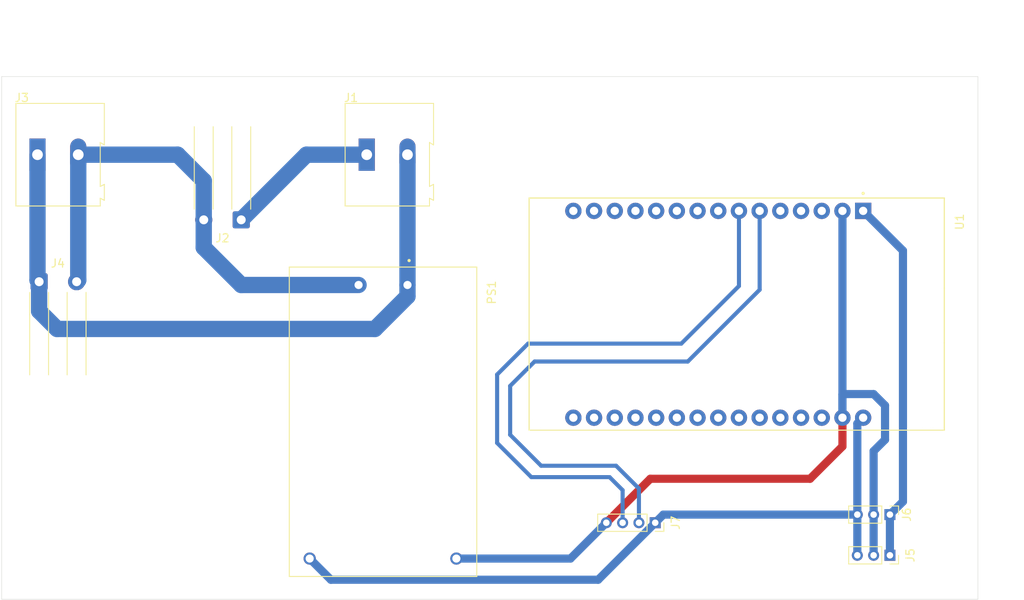
<source format=kicad_pcb>
(kicad_pcb (version 20171130) (host pcbnew "(5.1.10)-1")

  (general
    (thickness 1.6)
    (drawings 6)
    (tracks 63)
    (zones 0)
    (modules 9)
    (nets 33)
  )

  (page A4)
  (title_block
    (title power-iot-meter-prototype-pcb-layout)
    (date 2022-06-12)
    (rev V1)
    (company "Kalyani Government Engineering College")
    (comment 1 "Anindya Kanti Mitra")
    (comment 2 "Rishav Dutta")
    (comment 3 "Anubhav Dutta")
    (comment 4 "Arnab Das")
  )

  (layers
    (0 F.Cu signal)
    (31 B.Cu signal)
    (32 B.Adhes user)
    (33 F.Adhes user)
    (34 B.Paste user)
    (35 F.Paste user)
    (36 B.SilkS user)
    (37 F.SilkS user)
    (38 B.Mask user)
    (39 F.Mask user)
    (40 Dwgs.User user)
    (41 Cmts.User user)
    (42 Eco1.User user)
    (43 Eco2.User user)
    (44 Edge.Cuts user)
    (45 Margin user)
    (46 B.CrtYd user)
    (47 F.CrtYd user)
    (48 B.Fab user)
    (49 F.Fab user)
  )

  (setup
    (last_trace_width 0.25)
    (user_trace_width 0.5)
    (user_trace_width 0.75)
    (user_trace_width 1)
    (user_trace_width 2)
    (trace_clearance 0.2)
    (zone_clearance 0.508)
    (zone_45_only no)
    (trace_min 0.2)
    (via_size 0.8)
    (via_drill 0.4)
    (via_min_size 0.4)
    (via_min_drill 0.3)
    (uvia_size 0.3)
    (uvia_drill 0.1)
    (uvias_allowed no)
    (uvia_min_size 0.2)
    (uvia_min_drill 0.1)
    (edge_width 0.05)
    (segment_width 0.2)
    (pcb_text_width 0.3)
    (pcb_text_size 1.5 1.5)
    (mod_edge_width 0.12)
    (mod_text_size 1 1)
    (mod_text_width 0.15)
    (pad_size 1.524 1.524)
    (pad_drill 0.762)
    (pad_to_mask_clearance 0)
    (aux_axis_origin 0 0)
    (visible_elements 7FFFFFFF)
    (pcbplotparams
      (layerselection 0x010fc_ffffffff)
      (usegerberextensions false)
      (usegerberattributes true)
      (usegerberadvancedattributes true)
      (creategerberjobfile true)
      (excludeedgelayer true)
      (linewidth 0.100000)
      (plotframeref false)
      (viasonmask false)
      (mode 1)
      (useauxorigin false)
      (hpglpennumber 1)
      (hpglpenspeed 20)
      (hpglpendiameter 15.000000)
      (psnegative false)
      (psa4output false)
      (plotreference true)
      (plotvalue true)
      (plotinvisibletext false)
      (padsonsilk false)
      (subtractmaskfromsilk false)
      (outputformat 1)
      (mirror false)
      (drillshape 1)
      (scaleselection 1)
      (outputdirectory ""))
  )

  (net 0 "")
  (net 1 "Net-(U1-Pad16)")
  (net 2 "Net-(U1-Pad17)")
  (net 3 "Net-(U1-Pad18)")
  (net 4 "Net-(U1-Pad19)")
  (net 5 "Net-(U1-Pad20)")
  (net 6 "Net-(U1-Pad21)")
  (net 7 "Net-(U1-Pad22)")
  (net 8 "Net-(U1-Pad23)")
  (net 9 "Net-(U1-Pad24)")
  (net 10 "Net-(U1-Pad25)")
  (net 11 "Net-(U1-Pad26)")
  (net 12 "Net-(U1-Pad27)")
  (net 13 "Net-(U1-Pad28)")
  (net 14 "Net-(U1-Pad15)")
  (net 15 "Net-(U1-Pad14)")
  (net 16 "Net-(U1-Pad13)")
  (net 17 "Net-(U1-Pad12)")
  (net 18 "Net-(U1-Pad11)")
  (net 19 "Net-(U1-Pad10)")
  (net 20 "Net-(U1-Pad9)")
  (net 21 "Net-(U1-Pad8)")
  (net 22 "Net-(U1-Pad5)")
  (net 23 "Net-(U1-Pad4)")
  (net 24 "Net-(U1-Pad3)")
  (net 25 GND)
  (net 26 +5V)
  (net 27 +3V3)
  (net 28 Tx)
  (net 29 Rx)
  (net 30 AC_IN2)
  (net 31 AC_IN1)
  (net 32 AC_OUT1)

  (net_class Default "This is the default net class."
    (clearance 0.2)
    (trace_width 0.25)
    (via_dia 0.8)
    (via_drill 0.4)
    (uvia_dia 0.3)
    (uvia_drill 0.1)
    (add_net +3V3)
    (add_net +5V)
    (add_net AC_IN1)
    (add_net AC_IN2)
    (add_net AC_OUT1)
    (add_net GND)
    (add_net "Net-(U1-Pad10)")
    (add_net "Net-(U1-Pad11)")
    (add_net "Net-(U1-Pad12)")
    (add_net "Net-(U1-Pad13)")
    (add_net "Net-(U1-Pad14)")
    (add_net "Net-(U1-Pad15)")
    (add_net "Net-(U1-Pad16)")
    (add_net "Net-(U1-Pad17)")
    (add_net "Net-(U1-Pad18)")
    (add_net "Net-(U1-Pad19)")
    (add_net "Net-(U1-Pad20)")
    (add_net "Net-(U1-Pad21)")
    (add_net "Net-(U1-Pad22)")
    (add_net "Net-(U1-Pad23)")
    (add_net "Net-(U1-Pad24)")
    (add_net "Net-(U1-Pad25)")
    (add_net "Net-(U1-Pad26)")
    (add_net "Net-(U1-Pad27)")
    (add_net "Net-(U1-Pad28)")
    (add_net "Net-(U1-Pad3)")
    (add_net "Net-(U1-Pad4)")
    (add_net "Net-(U1-Pad5)")
    (add_net "Net-(U1-Pad8)")
    (add_net "Net-(U1-Pad9)")
    (add_net Rx)
    (add_net Tx)
  )

  (module Connector_Wire:SolderWire-0.5sqmm_1x02_P4.6mm_D0.9mm_OD2.1mm_Relief (layer F.Cu) (tedit 5EB70B43) (tstamp 62A542DF)
    (at 93.6 91.4)
    (descr "Soldered wire connection with feed through strain relief, for 2 times 0.5 mm² wires, basic insulation, conductor diameter 0.9mm, outer diameter 2.1mm, size source Multi-Contact FLEXI-E 0.5 (https://ec.staubli.com/AcroFiles/Catalogues/TM_Cab-Main-11014119_(en)_hi.pdf), bend radius 3 times outer diameter, generated with kicad-footprint-generator")
    (tags "connector wire 0.5sqmm strain-relief")
    (path /62AB7B35)
    (attr virtual)
    (fp_text reference J4 (at 2.3 -2.25) (layer F.SilkS)
      (effects (font (size 1 1) (thickness 0.15)))
    )
    (fp_text value "AC Voltage Sensor" (at 2.3 15.1) (layer F.Fab)
      (effects (font (size 1 1) (thickness 0.15)))
    )
    (fp_line (start 6.4 10.8) (end 2.8 10.8) (layer B.CrtYd) (width 0.05))
    (fp_line (start 6.4 14.4) (end 6.4 10.8) (layer B.CrtYd) (width 0.05))
    (fp_line (start 2.8 14.4) (end 6.4 14.4) (layer B.CrtYd) (width 0.05))
    (fp_line (start 2.8 10.8) (end 2.8 14.4) (layer B.CrtYd) (width 0.05))
    (fp_line (start 6.4 -1.55) (end 2.8 -1.55) (layer F.CrtYd) (width 0.05))
    (fp_line (start 6.4 14.4) (end 6.4 -1.55) (layer F.CrtYd) (width 0.05))
    (fp_line (start 2.8 14.4) (end 6.4 14.4) (layer F.CrtYd) (width 0.05))
    (fp_line (start 2.8 -1.55) (end 2.8 14.4) (layer F.CrtYd) (width 0.05))
    (fp_line (start 3.44 1.31) (end 3.44 11.44) (layer F.SilkS) (width 0.12))
    (fp_line (start 5.76 1.31) (end 5.76 11.44) (layer F.SilkS) (width 0.12))
    (fp_line (start 5.65 0) (end 5.65 12.6) (layer F.Fab) (width 0.1))
    (fp_line (start 3.55 0) (end 3.55 12.6) (layer F.Fab) (width 0.1))
    (fp_line (start 1.8 10.8) (end -1.8 10.8) (layer B.CrtYd) (width 0.05))
    (fp_line (start 1.8 14.4) (end 1.8 10.8) (layer B.CrtYd) (width 0.05))
    (fp_line (start -1.8 14.4) (end 1.8 14.4) (layer B.CrtYd) (width 0.05))
    (fp_line (start -1.8 10.8) (end -1.8 14.4) (layer B.CrtYd) (width 0.05))
    (fp_line (start 1.8 -1.55) (end -1.8 -1.55) (layer F.CrtYd) (width 0.05))
    (fp_line (start 1.8 14.4) (end 1.8 -1.55) (layer F.CrtYd) (width 0.05))
    (fp_line (start -1.8 14.4) (end 1.8 14.4) (layer F.CrtYd) (width 0.05))
    (fp_line (start -1.8 -1.55) (end -1.8 14.4) (layer F.CrtYd) (width 0.05))
    (fp_line (start -1.16 1.31) (end -1.16 11.44) (layer F.SilkS) (width 0.12))
    (fp_line (start 1.16 1.31) (end 1.16 11.44) (layer F.SilkS) (width 0.12))
    (fp_line (start 1.05 0) (end 1.05 12.6) (layer F.Fab) (width 0.1))
    (fp_line (start -1.05 0) (end -1.05 12.6) (layer F.Fab) (width 0.1))
    (fp_circle (center 4.6 12.6) (end 5.65 12.6) (layer F.Fab) (width 0.1))
    (fp_circle (center 4.6 0) (end 5.65 0) (layer F.Fab) (width 0.1))
    (fp_circle (center 0 12.6) (end 1.05 12.6) (layer F.Fab) (width 0.1))
    (fp_circle (center 0 0) (end 1.05 0) (layer F.Fab) (width 0.1))
    (fp_text user %R (at 2.3 6.3 90) (layer F.Fab)
      (effects (font (size 1 1) (thickness 0.15)))
    )
    (pad "" np_thru_hole circle (at 4.6 12.6) (size 2.6 2.6) (drill 2.6) (layers *.Cu *.Mask))
    (pad "" np_thru_hole circle (at 0 12.6) (size 2.6 2.6) (drill 2.6) (layers *.Cu *.Mask))
    (pad 2 thru_hole circle (at 4.6 0) (size 2.1 2.1) (drill 1.1) (layers *.Cu *.Mask)
      (net 30 AC_IN2))
    (pad 1 thru_hole roundrect (at 0 0) (size 2.1 2.1) (drill 1.1) (layers *.Cu *.Mask) (roundrect_rratio 0.119048)
      (net 31 AC_IN1))
    (model ${KISYS3DMOD}/Connector_Wire.3dshapes/SolderWire-0.5sqmm_1x02_P4.6mm_D0.9mm_OD2.1mm_Relief.wrl
      (at (xyz 0 0 0))
      (scale (xyz 1 1 1))
      (rotate (xyz 0 0 0))
    )
  )

  (module Connector_Wire:SolderWire-0.5sqmm_1x02_P4.6mm_D0.9mm_OD2.1mm_Relief (layer F.Cu) (tedit 5EB70B43) (tstamp 62A5334C)
    (at 118.4 83.8 180)
    (descr "Soldered wire connection with feed through strain relief, for 2 times 0.5 mm² wires, basic insulation, conductor diameter 0.9mm, outer diameter 2.1mm, size source Multi-Contact FLEXI-E 0.5 (https://ec.staubli.com/AcroFiles/Catalogues/TM_Cab-Main-11014119_(en)_hi.pdf), bend radius 3 times outer diameter, generated with kicad-footprint-generator")
    (tags "connector wire 0.5sqmm strain-relief")
    (path /62AACC81)
    (attr virtual)
    (fp_text reference J2 (at 2.3 -2.25) (layer F.SilkS)
      (effects (font (size 1 1) (thickness 0.15)))
    )
    (fp_text value "AC Current Sensor" (at 2.3 15.1) (layer F.Fab)
      (effects (font (size 1 1) (thickness 0.15)))
    )
    (fp_line (start 6.4 10.8) (end 2.8 10.8) (layer B.CrtYd) (width 0.05))
    (fp_line (start 6.4 14.4) (end 6.4 10.8) (layer B.CrtYd) (width 0.05))
    (fp_line (start 2.8 14.4) (end 6.4 14.4) (layer B.CrtYd) (width 0.05))
    (fp_line (start 2.8 10.8) (end 2.8 14.4) (layer B.CrtYd) (width 0.05))
    (fp_line (start 6.4 -1.55) (end 2.8 -1.55) (layer F.CrtYd) (width 0.05))
    (fp_line (start 6.4 14.4) (end 6.4 -1.55) (layer F.CrtYd) (width 0.05))
    (fp_line (start 2.8 14.4) (end 6.4 14.4) (layer F.CrtYd) (width 0.05))
    (fp_line (start 2.8 -1.55) (end 2.8 14.4) (layer F.CrtYd) (width 0.05))
    (fp_line (start 3.44 1.31) (end 3.44 11.44) (layer F.SilkS) (width 0.12))
    (fp_line (start 5.76 1.31) (end 5.76 11.44) (layer F.SilkS) (width 0.12))
    (fp_line (start 5.65 0) (end 5.65 12.6) (layer F.Fab) (width 0.1))
    (fp_line (start 3.55 0) (end 3.55 12.6) (layer F.Fab) (width 0.1))
    (fp_line (start 1.8 10.8) (end -1.8 10.8) (layer B.CrtYd) (width 0.05))
    (fp_line (start 1.8 14.4) (end 1.8 10.8) (layer B.CrtYd) (width 0.05))
    (fp_line (start -1.8 14.4) (end 1.8 14.4) (layer B.CrtYd) (width 0.05))
    (fp_line (start -1.8 10.8) (end -1.8 14.4) (layer B.CrtYd) (width 0.05))
    (fp_line (start 1.8 -1.55) (end -1.8 -1.55) (layer F.CrtYd) (width 0.05))
    (fp_line (start 1.8 14.4) (end 1.8 -1.55) (layer F.CrtYd) (width 0.05))
    (fp_line (start -1.8 14.4) (end 1.8 14.4) (layer F.CrtYd) (width 0.05))
    (fp_line (start -1.8 -1.55) (end -1.8 14.4) (layer F.CrtYd) (width 0.05))
    (fp_line (start -1.16 1.31) (end -1.16 11.44) (layer F.SilkS) (width 0.12))
    (fp_line (start 1.16 1.31) (end 1.16 11.44) (layer F.SilkS) (width 0.12))
    (fp_line (start 1.05 0) (end 1.05 12.6) (layer F.Fab) (width 0.1))
    (fp_line (start -1.05 0) (end -1.05 12.6) (layer F.Fab) (width 0.1))
    (fp_circle (center 4.6 12.6) (end 5.65 12.6) (layer F.Fab) (width 0.1))
    (fp_circle (center 4.6 0) (end 5.65 0) (layer F.Fab) (width 0.1))
    (fp_circle (center 0 12.6) (end 1.05 12.6) (layer F.Fab) (width 0.1))
    (fp_circle (center 0 0) (end 1.05 0) (layer F.Fab) (width 0.1))
    (fp_text user %R (at 2.3 6.3 90) (layer F.Fab)
      (effects (font (size 1 1) (thickness 0.15)))
    )
    (pad "" np_thru_hole circle (at 4.6 12.6 180) (size 2.6 2.6) (drill 2.6) (layers *.Cu *.Mask))
    (pad "" np_thru_hole circle (at 0 12.6 180) (size 2.6 2.6) (drill 2.6) (layers *.Cu *.Mask))
    (pad 2 thru_hole circle (at 4.6 0 180) (size 2.1 2.1) (drill 1.1) (layers *.Cu *.Mask)
      (net 30 AC_IN2))
    (pad 1 thru_hole roundrect (at 0 0 180) (size 2.1 2.1) (drill 1.1) (layers *.Cu *.Mask) (roundrect_rratio 0.119048)
      (net 32 AC_OUT1))
    (model ${KISYS3DMOD}/Connector_Wire.3dshapes/SolderWire-0.5sqmm_1x02_P4.6mm_D0.9mm_OD2.1mm_Relief.wrl
      (at (xyz 0 0 0))
      (scale (xyz 1 1 1))
      (rotate (xyz 0 0 0))
    )
  )

  (module TerminalBlock:TerminalBlock_Altech_AK300-2_P5.00mm (layer F.Cu) (tedit 59FF0306) (tstamp 62A52A1D)
    (at 133.8 75.8)
    (descr "Altech AK300 terminal block, pitch 5.0mm, 45 degree angled, see http://www.mouser.com/ds/2/16/PCBMETRC-24178.pdf")
    (tags "Altech AK300 terminal block pitch 5.0mm")
    (path /62A520A7)
    (fp_text reference J1 (at -1.92 -6.99) (layer F.SilkS)
      (effects (font (size 1 1) (thickness 0.15)))
    )
    (fp_text value "AC OUTPUT" (at 2.78 7.75) (layer F.Fab)
      (effects (font (size 1 1) (thickness 0.15)))
    )
    (fp_line (start 8.36 6.47) (end -2.83 6.47) (layer F.CrtYd) (width 0.05))
    (fp_line (start 8.36 6.47) (end 8.36 -6.47) (layer F.CrtYd) (width 0.05))
    (fp_line (start -2.83 -6.47) (end -2.83 6.47) (layer F.CrtYd) (width 0.05))
    (fp_line (start -2.83 -6.47) (end 8.36 -6.47) (layer F.CrtYd) (width 0.05))
    (fp_line (start 3.36 -0.25) (end 6.67 -0.25) (layer F.Fab) (width 0.1))
    (fp_line (start 2.98 -0.25) (end 3.36 -0.25) (layer F.Fab) (width 0.1))
    (fp_line (start 7.05 -0.25) (end 6.67 -0.25) (layer F.Fab) (width 0.1))
    (fp_line (start 6.67 -0.64) (end 3.36 -0.64) (layer F.Fab) (width 0.1))
    (fp_line (start 7.61 -0.64) (end 6.67 -0.64) (layer F.Fab) (width 0.1))
    (fp_line (start 1.66 -0.64) (end 3.36 -0.64) (layer F.Fab) (width 0.1))
    (fp_line (start -1.64 -0.64) (end 1.66 -0.64) (layer F.Fab) (width 0.1))
    (fp_line (start -2.58 -0.64) (end -1.64 -0.64) (layer F.Fab) (width 0.1))
    (fp_line (start 1.66 -0.25) (end -1.64 -0.25) (layer F.Fab) (width 0.1))
    (fp_line (start 2.04 -0.25) (end 1.66 -0.25) (layer F.Fab) (width 0.1))
    (fp_line (start -2.02 -0.25) (end -1.64 -0.25) (layer F.Fab) (width 0.1))
    (fp_line (start -1.49 -4.32) (end 1.56 -4.95) (layer F.Fab) (width 0.1))
    (fp_line (start -1.62 -4.45) (end 1.44 -5.08) (layer F.Fab) (width 0.1))
    (fp_line (start 3.52 -4.32) (end 6.56 -4.95) (layer F.Fab) (width 0.1))
    (fp_line (start 3.39 -4.45) (end 6.44 -5.08) (layer F.Fab) (width 0.1))
    (fp_line (start 2.04 -5.97) (end -2.02 -5.97) (layer F.Fab) (width 0.1))
    (fp_line (start -2.02 -3.43) (end -2.02 -5.97) (layer F.Fab) (width 0.1))
    (fp_line (start 2.04 -3.43) (end -2.02 -3.43) (layer F.Fab) (width 0.1))
    (fp_line (start 2.04 -3.43) (end 2.04 -5.97) (layer F.Fab) (width 0.1))
    (fp_line (start 7.05 -3.43) (end 2.98 -3.43) (layer F.Fab) (width 0.1))
    (fp_line (start 7.05 -5.97) (end 7.05 -3.43) (layer F.Fab) (width 0.1))
    (fp_line (start 2.98 -5.97) (end 7.05 -5.97) (layer F.Fab) (width 0.1))
    (fp_line (start 2.98 -3.43) (end 2.98 -5.97) (layer F.Fab) (width 0.1))
    (fp_line (start 7.61 -3.17) (end 7.61 -1.65) (layer F.Fab) (width 0.1))
    (fp_line (start -2.58 -3.17) (end -2.58 -6.22) (layer F.Fab) (width 0.1))
    (fp_line (start -2.58 -3.17) (end 7.61 -3.17) (layer F.Fab) (width 0.1))
    (fp_line (start 7.61 -0.64) (end 7.61 4.06) (layer F.Fab) (width 0.1))
    (fp_line (start 7.61 -1.65) (end 7.61 -0.64) (layer F.Fab) (width 0.1))
    (fp_line (start -2.58 -0.64) (end -2.58 -3.17) (layer F.Fab) (width 0.1))
    (fp_line (start -2.58 6.22) (end -2.58 -0.64) (layer F.Fab) (width 0.1))
    (fp_line (start 6.67 0.51) (end 6.28 0.51) (layer F.Fab) (width 0.1))
    (fp_line (start 3.36 0.51) (end 3.74 0.51) (layer F.Fab) (width 0.1))
    (fp_line (start 1.66 0.51) (end 1.28 0.51) (layer F.Fab) (width 0.1))
    (fp_line (start -1.64 0.51) (end -1.26 0.51) (layer F.Fab) (width 0.1))
    (fp_line (start -1.64 3.68) (end -1.64 0.51) (layer F.Fab) (width 0.1))
    (fp_line (start 1.66 3.68) (end -1.64 3.68) (layer F.Fab) (width 0.1))
    (fp_line (start 1.66 3.68) (end 1.66 0.51) (layer F.Fab) (width 0.1))
    (fp_line (start 3.36 3.68) (end 3.36 0.51) (layer F.Fab) (width 0.1))
    (fp_line (start 6.67 3.68) (end 3.36 3.68) (layer F.Fab) (width 0.1))
    (fp_line (start 6.67 3.68) (end 6.67 0.51) (layer F.Fab) (width 0.1))
    (fp_line (start -2.02 4.32) (end -2.02 6.22) (layer F.Fab) (width 0.1))
    (fp_line (start 2.04 4.32) (end 2.04 -0.25) (layer F.Fab) (width 0.1))
    (fp_line (start 2.04 4.32) (end -2.02 4.32) (layer F.Fab) (width 0.1))
    (fp_line (start 7.05 4.32) (end 7.05 6.22) (layer F.Fab) (width 0.1))
    (fp_line (start 2.98 4.32) (end 2.98 -0.25) (layer F.Fab) (width 0.1))
    (fp_line (start 2.98 4.32) (end 7.05 4.32) (layer F.Fab) (width 0.1))
    (fp_line (start -2.02 6.22) (end 2.04 6.22) (layer F.Fab) (width 0.1))
    (fp_line (start -2.58 6.22) (end -2.02 6.22) (layer F.Fab) (width 0.1))
    (fp_line (start -2.02 -0.25) (end -2.02 4.32) (layer F.Fab) (width 0.1))
    (fp_line (start 2.04 6.22) (end 2.98 6.22) (layer F.Fab) (width 0.1))
    (fp_line (start 2.04 6.22) (end 2.04 4.32) (layer F.Fab) (width 0.1))
    (fp_line (start 7.05 6.22) (end 7.61 6.22) (layer F.Fab) (width 0.1))
    (fp_line (start 2.98 6.22) (end 7.05 6.22) (layer F.Fab) (width 0.1))
    (fp_line (start 7.05 -0.25) (end 7.05 4.32) (layer F.Fab) (width 0.1))
    (fp_line (start 2.98 6.22) (end 2.98 4.32) (layer F.Fab) (width 0.1))
    (fp_line (start 8.11 3.81) (end 8.11 5.46) (layer F.Fab) (width 0.1))
    (fp_line (start 7.61 4.06) (end 7.61 5.21) (layer F.Fab) (width 0.1))
    (fp_line (start 8.11 3.81) (end 7.61 4.06) (layer F.Fab) (width 0.1))
    (fp_line (start 7.61 5.21) (end 7.61 6.22) (layer F.Fab) (width 0.1))
    (fp_line (start 8.11 5.46) (end 7.61 5.21) (layer F.Fab) (width 0.1))
    (fp_line (start 8.11 -1.4) (end 7.61 -1.65) (layer F.Fab) (width 0.1))
    (fp_line (start 8.11 -6.22) (end 8.11 -1.4) (layer F.Fab) (width 0.1))
    (fp_line (start 7.61 -6.22) (end 8.11 -6.22) (layer F.Fab) (width 0.1))
    (fp_line (start 7.61 -6.22) (end -2.58 -6.22) (layer F.Fab) (width 0.1))
    (fp_line (start 7.61 -6.22) (end 7.61 -3.17) (layer F.Fab) (width 0.1))
    (fp_line (start 3.74 2.54) (end 3.74 -0.25) (layer F.Fab) (width 0.1))
    (fp_line (start 3.74 -0.25) (end 6.28 -0.25) (layer F.Fab) (width 0.1))
    (fp_line (start 6.28 2.54) (end 6.28 -0.25) (layer F.Fab) (width 0.1))
    (fp_line (start 3.74 2.54) (end 6.28 2.54) (layer F.Fab) (width 0.1))
    (fp_line (start -1.26 2.54) (end -1.26 -0.25) (layer F.Fab) (width 0.1))
    (fp_line (start -1.26 -0.25) (end 1.28 -0.25) (layer F.Fab) (width 0.1))
    (fp_line (start 1.28 2.54) (end 1.28 -0.25) (layer F.Fab) (width 0.1))
    (fp_line (start -1.26 2.54) (end 1.28 2.54) (layer F.Fab) (width 0.1))
    (fp_line (start 8.2 -6.3) (end -2.65 -6.3) (layer F.SilkS) (width 0.12))
    (fp_line (start 8.2 -1.2) (end 8.2 -6.3) (layer F.SilkS) (width 0.12))
    (fp_line (start 7.7 -1.5) (end 8.2 -1.2) (layer F.SilkS) (width 0.12))
    (fp_line (start 7.7 3.9) (end 7.7 -1.5) (layer F.SilkS) (width 0.12))
    (fp_line (start 8.2 3.65) (end 7.7 3.9) (layer F.SilkS) (width 0.12))
    (fp_line (start 8.2 3.7) (end 8.2 3.65) (layer F.SilkS) (width 0.12))
    (fp_line (start 8.2 5.6) (end 8.2 3.7) (layer F.SilkS) (width 0.12))
    (fp_line (start 7.7 5.35) (end 8.2 5.6) (layer F.SilkS) (width 0.12))
    (fp_line (start 7.7 6.3) (end 7.7 5.35) (layer F.SilkS) (width 0.12))
    (fp_line (start -2.65 6.3) (end 7.7 6.3) (layer F.SilkS) (width 0.12))
    (fp_line (start -2.65 -6.3) (end -2.65 6.3) (layer F.SilkS) (width 0.12))
    (fp_arc (start -1.13 -4.65) (end -1.42 -4.13) (angle 104.2) (layer F.Fab) (width 0.1))
    (fp_arc (start -0.01 -3.71) (end -1.62 -5) (angle 100) (layer F.Fab) (width 0.1))
    (fp_arc (start 0.06 -6.07) (end 1.53 -4.12) (angle 75.5) (layer F.Fab) (width 0.1))
    (fp_arc (start 1.03 -4.59) (end 1.53 -5.05) (angle 90.5) (layer F.Fab) (width 0.1))
    (fp_arc (start 3.87 -4.65) (end 3.58 -4.13) (angle 104.2) (layer F.Fab) (width 0.1))
    (fp_arc (start 4.99 -3.71) (end 3.39 -5) (angle 100) (layer F.Fab) (width 0.1))
    (fp_arc (start 5.07 -6.07) (end 6.53 -4.12) (angle 75.5) (layer F.Fab) (width 0.1))
    (fp_arc (start 6.03 -4.59) (end 6.54 -5.05) (angle 90.5) (layer F.Fab) (width 0.1))
    (fp_text user %R (at 2.5 -2) (layer F.Fab)
      (effects (font (size 1 1) (thickness 0.15)))
    )
    (pad 2 thru_hole oval (at 5 0) (size 1.98 3.96) (drill 1.32) (layers *.Cu *.Mask)
      (net 31 AC_IN1))
    (pad 1 thru_hole rect (at 0 0) (size 1.98 3.96) (drill 1.32) (layers *.Cu *.Mask)
      (net 32 AC_OUT1))
    (model ${KISYS3DMOD}/TerminalBlock.3dshapes/TerminalBlock_Altech_AK300-2_P5.00mm.wrl
      (at (xyz 0 0 0))
      (scale (xyz 1 1 1))
      (rotate (xyz 0 0 0))
    )
  )

  (module TerminalBlock:TerminalBlock_Altech_AK300-2_P5.00mm (layer F.Cu) (tedit 59FF0306) (tstamp 62A529B6)
    (at 93.4 75.8)
    (descr "Altech AK300 terminal block, pitch 5.0mm, 45 degree angled, see http://www.mouser.com/ds/2/16/PCBMETRC-24178.pdf")
    (tags "Altech AK300 terminal block pitch 5.0mm")
    (path /62A5120A)
    (fp_text reference J3 (at -1.92 -6.99) (layer F.SilkS)
      (effects (font (size 1 1) (thickness 0.15)))
    )
    (fp_text value "AC INPUT" (at 2.78 7.75) (layer F.Fab)
      (effects (font (size 1 1) (thickness 0.15)))
    )
    (fp_line (start 8.36 6.47) (end -2.83 6.47) (layer F.CrtYd) (width 0.05))
    (fp_line (start 8.36 6.47) (end 8.36 -6.47) (layer F.CrtYd) (width 0.05))
    (fp_line (start -2.83 -6.47) (end -2.83 6.47) (layer F.CrtYd) (width 0.05))
    (fp_line (start -2.83 -6.47) (end 8.36 -6.47) (layer F.CrtYd) (width 0.05))
    (fp_line (start 3.36 -0.25) (end 6.67 -0.25) (layer F.Fab) (width 0.1))
    (fp_line (start 2.98 -0.25) (end 3.36 -0.25) (layer F.Fab) (width 0.1))
    (fp_line (start 7.05 -0.25) (end 6.67 -0.25) (layer F.Fab) (width 0.1))
    (fp_line (start 6.67 -0.64) (end 3.36 -0.64) (layer F.Fab) (width 0.1))
    (fp_line (start 7.61 -0.64) (end 6.67 -0.64) (layer F.Fab) (width 0.1))
    (fp_line (start 1.66 -0.64) (end 3.36 -0.64) (layer F.Fab) (width 0.1))
    (fp_line (start -1.64 -0.64) (end 1.66 -0.64) (layer F.Fab) (width 0.1))
    (fp_line (start -2.58 -0.64) (end -1.64 -0.64) (layer F.Fab) (width 0.1))
    (fp_line (start 1.66 -0.25) (end -1.64 -0.25) (layer F.Fab) (width 0.1))
    (fp_line (start 2.04 -0.25) (end 1.66 -0.25) (layer F.Fab) (width 0.1))
    (fp_line (start -2.02 -0.25) (end -1.64 -0.25) (layer F.Fab) (width 0.1))
    (fp_line (start -1.49 -4.32) (end 1.56 -4.95) (layer F.Fab) (width 0.1))
    (fp_line (start -1.62 -4.45) (end 1.44 -5.08) (layer F.Fab) (width 0.1))
    (fp_line (start 3.52 -4.32) (end 6.56 -4.95) (layer F.Fab) (width 0.1))
    (fp_line (start 3.39 -4.45) (end 6.44 -5.08) (layer F.Fab) (width 0.1))
    (fp_line (start 2.04 -5.97) (end -2.02 -5.97) (layer F.Fab) (width 0.1))
    (fp_line (start -2.02 -3.43) (end -2.02 -5.97) (layer F.Fab) (width 0.1))
    (fp_line (start 2.04 -3.43) (end -2.02 -3.43) (layer F.Fab) (width 0.1))
    (fp_line (start 2.04 -3.43) (end 2.04 -5.97) (layer F.Fab) (width 0.1))
    (fp_line (start 7.05 -3.43) (end 2.98 -3.43) (layer F.Fab) (width 0.1))
    (fp_line (start 7.05 -5.97) (end 7.05 -3.43) (layer F.Fab) (width 0.1))
    (fp_line (start 2.98 -5.97) (end 7.05 -5.97) (layer F.Fab) (width 0.1))
    (fp_line (start 2.98 -3.43) (end 2.98 -5.97) (layer F.Fab) (width 0.1))
    (fp_line (start 7.61 -3.17) (end 7.61 -1.65) (layer F.Fab) (width 0.1))
    (fp_line (start -2.58 -3.17) (end -2.58 -6.22) (layer F.Fab) (width 0.1))
    (fp_line (start -2.58 -3.17) (end 7.61 -3.17) (layer F.Fab) (width 0.1))
    (fp_line (start 7.61 -0.64) (end 7.61 4.06) (layer F.Fab) (width 0.1))
    (fp_line (start 7.61 -1.65) (end 7.61 -0.64) (layer F.Fab) (width 0.1))
    (fp_line (start -2.58 -0.64) (end -2.58 -3.17) (layer F.Fab) (width 0.1))
    (fp_line (start -2.58 6.22) (end -2.58 -0.64) (layer F.Fab) (width 0.1))
    (fp_line (start 6.67 0.51) (end 6.28 0.51) (layer F.Fab) (width 0.1))
    (fp_line (start 3.36 0.51) (end 3.74 0.51) (layer F.Fab) (width 0.1))
    (fp_line (start 1.66 0.51) (end 1.28 0.51) (layer F.Fab) (width 0.1))
    (fp_line (start -1.64 0.51) (end -1.26 0.51) (layer F.Fab) (width 0.1))
    (fp_line (start -1.64 3.68) (end -1.64 0.51) (layer F.Fab) (width 0.1))
    (fp_line (start 1.66 3.68) (end -1.64 3.68) (layer F.Fab) (width 0.1))
    (fp_line (start 1.66 3.68) (end 1.66 0.51) (layer F.Fab) (width 0.1))
    (fp_line (start 3.36 3.68) (end 3.36 0.51) (layer F.Fab) (width 0.1))
    (fp_line (start 6.67 3.68) (end 3.36 3.68) (layer F.Fab) (width 0.1))
    (fp_line (start 6.67 3.68) (end 6.67 0.51) (layer F.Fab) (width 0.1))
    (fp_line (start -2.02 4.32) (end -2.02 6.22) (layer F.Fab) (width 0.1))
    (fp_line (start 2.04 4.32) (end 2.04 -0.25) (layer F.Fab) (width 0.1))
    (fp_line (start 2.04 4.32) (end -2.02 4.32) (layer F.Fab) (width 0.1))
    (fp_line (start 7.05 4.32) (end 7.05 6.22) (layer F.Fab) (width 0.1))
    (fp_line (start 2.98 4.32) (end 2.98 -0.25) (layer F.Fab) (width 0.1))
    (fp_line (start 2.98 4.32) (end 7.05 4.32) (layer F.Fab) (width 0.1))
    (fp_line (start -2.02 6.22) (end 2.04 6.22) (layer F.Fab) (width 0.1))
    (fp_line (start -2.58 6.22) (end -2.02 6.22) (layer F.Fab) (width 0.1))
    (fp_line (start -2.02 -0.25) (end -2.02 4.32) (layer F.Fab) (width 0.1))
    (fp_line (start 2.04 6.22) (end 2.98 6.22) (layer F.Fab) (width 0.1))
    (fp_line (start 2.04 6.22) (end 2.04 4.32) (layer F.Fab) (width 0.1))
    (fp_line (start 7.05 6.22) (end 7.61 6.22) (layer F.Fab) (width 0.1))
    (fp_line (start 2.98 6.22) (end 7.05 6.22) (layer F.Fab) (width 0.1))
    (fp_line (start 7.05 -0.25) (end 7.05 4.32) (layer F.Fab) (width 0.1))
    (fp_line (start 2.98 6.22) (end 2.98 4.32) (layer F.Fab) (width 0.1))
    (fp_line (start 8.11 3.81) (end 8.11 5.46) (layer F.Fab) (width 0.1))
    (fp_line (start 7.61 4.06) (end 7.61 5.21) (layer F.Fab) (width 0.1))
    (fp_line (start 8.11 3.81) (end 7.61 4.06) (layer F.Fab) (width 0.1))
    (fp_line (start 7.61 5.21) (end 7.61 6.22) (layer F.Fab) (width 0.1))
    (fp_line (start 8.11 5.46) (end 7.61 5.21) (layer F.Fab) (width 0.1))
    (fp_line (start 8.11 -1.4) (end 7.61 -1.65) (layer F.Fab) (width 0.1))
    (fp_line (start 8.11 -6.22) (end 8.11 -1.4) (layer F.Fab) (width 0.1))
    (fp_line (start 7.61 -6.22) (end 8.11 -6.22) (layer F.Fab) (width 0.1))
    (fp_line (start 7.61 -6.22) (end -2.58 -6.22) (layer F.Fab) (width 0.1))
    (fp_line (start 7.61 -6.22) (end 7.61 -3.17) (layer F.Fab) (width 0.1))
    (fp_line (start 3.74 2.54) (end 3.74 -0.25) (layer F.Fab) (width 0.1))
    (fp_line (start 3.74 -0.25) (end 6.28 -0.25) (layer F.Fab) (width 0.1))
    (fp_line (start 6.28 2.54) (end 6.28 -0.25) (layer F.Fab) (width 0.1))
    (fp_line (start 3.74 2.54) (end 6.28 2.54) (layer F.Fab) (width 0.1))
    (fp_line (start -1.26 2.54) (end -1.26 -0.25) (layer F.Fab) (width 0.1))
    (fp_line (start -1.26 -0.25) (end 1.28 -0.25) (layer F.Fab) (width 0.1))
    (fp_line (start 1.28 2.54) (end 1.28 -0.25) (layer F.Fab) (width 0.1))
    (fp_line (start -1.26 2.54) (end 1.28 2.54) (layer F.Fab) (width 0.1))
    (fp_line (start 8.2 -6.3) (end -2.65 -6.3) (layer F.SilkS) (width 0.12))
    (fp_line (start 8.2 -1.2) (end 8.2 -6.3) (layer F.SilkS) (width 0.12))
    (fp_line (start 7.7 -1.5) (end 8.2 -1.2) (layer F.SilkS) (width 0.12))
    (fp_line (start 7.7 3.9) (end 7.7 -1.5) (layer F.SilkS) (width 0.12))
    (fp_line (start 8.2 3.65) (end 7.7 3.9) (layer F.SilkS) (width 0.12))
    (fp_line (start 8.2 3.7) (end 8.2 3.65) (layer F.SilkS) (width 0.12))
    (fp_line (start 8.2 5.6) (end 8.2 3.7) (layer F.SilkS) (width 0.12))
    (fp_line (start 7.7 5.35) (end 8.2 5.6) (layer F.SilkS) (width 0.12))
    (fp_line (start 7.7 6.3) (end 7.7 5.35) (layer F.SilkS) (width 0.12))
    (fp_line (start -2.65 6.3) (end 7.7 6.3) (layer F.SilkS) (width 0.12))
    (fp_line (start -2.65 -6.3) (end -2.65 6.3) (layer F.SilkS) (width 0.12))
    (fp_arc (start -1.13 -4.65) (end -1.42 -4.13) (angle 104.2) (layer F.Fab) (width 0.1))
    (fp_arc (start -0.01 -3.71) (end -1.62 -5) (angle 100) (layer F.Fab) (width 0.1))
    (fp_arc (start 0.06 -6.07) (end 1.53 -4.12) (angle 75.5) (layer F.Fab) (width 0.1))
    (fp_arc (start 1.03 -4.59) (end 1.53 -5.05) (angle 90.5) (layer F.Fab) (width 0.1))
    (fp_arc (start 3.87 -4.65) (end 3.58 -4.13) (angle 104.2) (layer F.Fab) (width 0.1))
    (fp_arc (start 4.99 -3.71) (end 3.39 -5) (angle 100) (layer F.Fab) (width 0.1))
    (fp_arc (start 5.07 -6.07) (end 6.53 -4.12) (angle 75.5) (layer F.Fab) (width 0.1))
    (fp_arc (start 6.03 -4.59) (end 6.54 -5.05) (angle 90.5) (layer F.Fab) (width 0.1))
    (fp_text user %R (at 2.5 -2) (layer F.Fab)
      (effects (font (size 1 1) (thickness 0.15)))
    )
    (pad 2 thru_hole oval (at 5 0) (size 1.98 3.96) (drill 1.32) (layers *.Cu *.Mask)
      (net 30 AC_IN2))
    (pad 1 thru_hole rect (at 0 0) (size 1.98 3.96) (drill 1.32) (layers *.Cu *.Mask)
      (net 31 AC_IN1))
    (model ${KISYS3DMOD}/TerminalBlock.3dshapes/TerminalBlock_Altech_AK300-2_P5.00mm.wrl
      (at (xyz 0 0 0))
      (scale (xyz 1 1 1))
      (rotate (xyz 0 0 0))
    )
  )

  (module Connector_PinSocket_2.00mm:PinSocket_1x04_P2.00mm_Vertical (layer F.Cu) (tedit 5A19A425) (tstamp 62A51E6A)
    (at 169.2 121 270)
    (descr "Through hole straight socket strip, 1x04, 2.00mm pitch, single row (from Kicad 4.0.7), script generated")
    (tags "Through hole socket strip THT 1x04 2.00mm single row")
    (path /62A54EAA)
    (fp_text reference J7 (at 0 -2.5 90) (layer F.SilkS)
      (effects (font (size 1 1) (thickness 0.15)))
    )
    (fp_text value UART_FEMALE (at 0 8.5 90) (layer F.Fab)
      (effects (font (size 1 1) (thickness 0.15)))
    )
    (fp_line (start -1.5 7.5) (end -1.5 -1.5) (layer F.CrtYd) (width 0.05))
    (fp_line (start 1.5 7.5) (end -1.5 7.5) (layer F.CrtYd) (width 0.05))
    (fp_line (start 1.5 -1.5) (end 1.5 7.5) (layer F.CrtYd) (width 0.05))
    (fp_line (start -1.5 -1.5) (end 1.5 -1.5) (layer F.CrtYd) (width 0.05))
    (fp_line (start 0 -1.06) (end 1.06 -1.06) (layer F.SilkS) (width 0.12))
    (fp_line (start 1.06 -1.06) (end 1.06 0) (layer F.SilkS) (width 0.12))
    (fp_line (start 1.06 1) (end 1.06 7.06) (layer F.SilkS) (width 0.12))
    (fp_line (start -1.06 7.06) (end 1.06 7.06) (layer F.SilkS) (width 0.12))
    (fp_line (start -1.06 1) (end -1.06 7.06) (layer F.SilkS) (width 0.12))
    (fp_line (start -1.06 1) (end 1.06 1) (layer F.SilkS) (width 0.12))
    (fp_line (start -1 7) (end -1 -1) (layer F.Fab) (width 0.1))
    (fp_line (start 1 7) (end -1 7) (layer F.Fab) (width 0.1))
    (fp_line (start 1 -0.5) (end 1 7) (layer F.Fab) (width 0.1))
    (fp_line (start 0.5 -1) (end 1 -0.5) (layer F.Fab) (width 0.1))
    (fp_line (start -1 -1) (end 0.5 -1) (layer F.Fab) (width 0.1))
    (fp_text user %R (at 0 3) (layer F.Fab)
      (effects (font (size 1 1) (thickness 0.15)))
    )
    (pad 4 thru_hole oval (at 0 6 270) (size 1.35 1.35) (drill 0.8) (layers *.Cu *.Mask)
      (net 25 GND))
    (pad 3 thru_hole oval (at 0 4 270) (size 1.35 1.35) (drill 0.8) (layers *.Cu *.Mask)
      (net 28 Tx))
    (pad 2 thru_hole oval (at 0 2 270) (size 1.35 1.35) (drill 0.8) (layers *.Cu *.Mask)
      (net 29 Rx))
    (pad 1 thru_hole rect (at 0 0 270) (size 1.35 1.35) (drill 0.8) (layers *.Cu *.Mask)
      (net 26 +5V))
    (model ${KISYS3DMOD}/Connector_PinSocket_2.00mm.3dshapes/PinSocket_1x04_P2.00mm_Vertical.wrl
      (at (xyz 0 0 0))
      (scale (xyz 1 1 1))
      (rotate (xyz 0 0 0))
    )
  )

  (module Connector_PinHeader_2.00mm:PinHeader_1x03_P2.00mm_Vertical (layer F.Cu) (tedit 59FED667) (tstamp 62A51E52)
    (at 198 120 270)
    (descr "Through hole straight pin header, 1x03, 2.00mm pitch, single row")
    (tags "Through hole pin header THT 1x03 2.00mm single row")
    (path /62A533D9)
    (fp_text reference J6 (at 0 -2.06 90) (layer F.SilkS)
      (effects (font (size 1 1) (thickness 0.15)))
    )
    (fp_text value POWER_MALE (at 0.15 10.8 180) (layer F.Fab)
      (effects (font (size 1 1) (thickness 0.15)))
    )
    (fp_line (start 1.5 -1.5) (end -1.5 -1.5) (layer F.CrtYd) (width 0.05))
    (fp_line (start 1.5 5.5) (end 1.5 -1.5) (layer F.CrtYd) (width 0.05))
    (fp_line (start -1.5 5.5) (end 1.5 5.5) (layer F.CrtYd) (width 0.05))
    (fp_line (start -1.5 -1.5) (end -1.5 5.5) (layer F.CrtYd) (width 0.05))
    (fp_line (start -1.06 -1.06) (end 0 -1.06) (layer F.SilkS) (width 0.12))
    (fp_line (start -1.06 0) (end -1.06 -1.06) (layer F.SilkS) (width 0.12))
    (fp_line (start -1.06 1) (end 1.06 1) (layer F.SilkS) (width 0.12))
    (fp_line (start 1.06 1) (end 1.06 5.06) (layer F.SilkS) (width 0.12))
    (fp_line (start -1.06 1) (end -1.06 5.06) (layer F.SilkS) (width 0.12))
    (fp_line (start -1.06 5.06) (end 1.06 5.06) (layer F.SilkS) (width 0.12))
    (fp_line (start -1 -0.5) (end -0.5 -1) (layer F.Fab) (width 0.1))
    (fp_line (start -1 5) (end -1 -0.5) (layer F.Fab) (width 0.1))
    (fp_line (start 1 5) (end -1 5) (layer F.Fab) (width 0.1))
    (fp_line (start 1 -1) (end 1 5) (layer F.Fab) (width 0.1))
    (fp_line (start -0.5 -1) (end 1 -1) (layer F.Fab) (width 0.1))
    (fp_text user %R (at 0 2) (layer F.Fab)
      (effects (font (size 1 1) (thickness 0.15)))
    )
    (pad 3 thru_hole oval (at 0 4 270) (size 1.35 1.35) (drill 0.8) (layers *.Cu *.Mask)
      (net 26 +5V))
    (pad 2 thru_hole oval (at 0 2 270) (size 1.35 1.35) (drill 0.8) (layers *.Cu *.Mask)
      (net 25 GND))
    (pad 1 thru_hole rect (at 0 0 270) (size 1.35 1.35) (drill 0.8) (layers *.Cu *.Mask)
      (net 27 +3V3))
    (model ${KISYS3DMOD}/Connector_PinHeader_2.00mm.3dshapes/PinHeader_1x03_P2.00mm_Vertical.wrl
      (at (xyz 0 0 0))
      (scale (xyz 1 1 1))
      (rotate (xyz 0 0 0))
    )
  )

  (module Connector_PinSocket_2.00mm:PinSocket_1x03_P2.00mm_Vertical (layer F.Cu) (tedit 5A19A42B) (tstamp 62A51E3B)
    (at 198 125 270)
    (descr "Through hole straight socket strip, 1x03, 2.00mm pitch, single row (from Kicad 4.0.7), script generated")
    (tags "Through hole socket strip THT 1x03 2.00mm single row")
    (path /62A53EFB)
    (fp_text reference J5 (at 0 -2.5 90) (layer F.SilkS)
      (effects (font (size 1 1) (thickness 0.15)))
    )
    (fp_text value POWER_FEMALE (at 0 11.6 180) (layer F.Fab)
      (effects (font (size 1 1) (thickness 0.15)))
    )
    (fp_line (start -1.5 5.5) (end -1.5 -1.5) (layer F.CrtYd) (width 0.05))
    (fp_line (start 1.5 5.5) (end -1.5 5.5) (layer F.CrtYd) (width 0.05))
    (fp_line (start 1.5 -1.5) (end 1.5 5.5) (layer F.CrtYd) (width 0.05))
    (fp_line (start -1.5 -1.5) (end 1.5 -1.5) (layer F.CrtYd) (width 0.05))
    (fp_line (start 0 -1.06) (end 1.06 -1.06) (layer F.SilkS) (width 0.12))
    (fp_line (start 1.06 -1.06) (end 1.06 0) (layer F.SilkS) (width 0.12))
    (fp_line (start 1.06 1) (end 1.06 5.06) (layer F.SilkS) (width 0.12))
    (fp_line (start -1.06 5.06) (end 1.06 5.06) (layer F.SilkS) (width 0.12))
    (fp_line (start -1.06 1) (end -1.06 5.06) (layer F.SilkS) (width 0.12))
    (fp_line (start -1.06 1) (end 1.06 1) (layer F.SilkS) (width 0.12))
    (fp_line (start -1 5) (end -1 -1) (layer F.Fab) (width 0.1))
    (fp_line (start 1 5) (end -1 5) (layer F.Fab) (width 0.1))
    (fp_line (start 1 -0.5) (end 1 5) (layer F.Fab) (width 0.1))
    (fp_line (start 0.5 -1) (end 1 -0.5) (layer F.Fab) (width 0.1))
    (fp_line (start -1 -1) (end 0.5 -1) (layer F.Fab) (width 0.1))
    (fp_text user %R (at 0 2) (layer F.Fab)
      (effects (font (size 1 1) (thickness 0.15)))
    )
    (pad 3 thru_hole oval (at 0 4 270) (size 1.35 1.35) (drill 0.8) (layers *.Cu *.Mask)
      (net 26 +5V))
    (pad 2 thru_hole oval (at 0 2 270) (size 1.35 1.35) (drill 0.8) (layers *.Cu *.Mask)
      (net 25 GND))
    (pad 1 thru_hole rect (at 0 0 270) (size 1.35 1.35) (drill 0.8) (layers *.Cu *.Mask)
      (net 27 +3V3))
    (model ${KISYS3DMOD}/Connector_PinSocket_2.00mm.3dshapes/PinSocket_1x03_P2.00mm_Vertical.wrl
      (at (xyz 0 0 0))
      (scale (xyz 1 1 1))
      (rotate (xyz 0 0 0))
    )
  )

  (module HLK-5M05:CONV_HLK-5M05 (layer F.Cu) (tedit 62A4B949) (tstamp 62A51782)
    (at 135.8 108.6 270)
    (path /62A4EF7C)
    (fp_text reference PS1 (at -15.875 -13.335 90) (layer F.SilkS)
      (effects (font (size 1 1) (thickness 0.15)))
    )
    (fp_text value HLK-5M05 (at -10.795 13.335 90) (layer F.Fab)
      (effects (font (size 1 1) (thickness 0.15)))
    )
    (fp_line (start -19 11.5) (end 19 11.5) (layer F.Fab) (width 0.127))
    (fp_line (start 19 11.5) (end 19 -11.5) (layer F.Fab) (width 0.127))
    (fp_line (start 19 -11.5) (end -19 -11.5) (layer F.Fab) (width 0.127))
    (fp_line (start -19 -11.5) (end -19 11.5) (layer F.Fab) (width 0.127))
    (fp_line (start -19 -11.5) (end -19 11.5) (layer F.SilkS) (width 0.127))
    (fp_line (start -19 11.5) (end 19 11.5) (layer F.SilkS) (width 0.127))
    (fp_line (start 19 11.5) (end 19 -11.5) (layer F.SilkS) (width 0.127))
    (fp_line (start 19 -11.5) (end -19 -11.5) (layer F.SilkS) (width 0.127))
    (fp_line (start -19.25 -11.75) (end 19.25 -11.75) (layer F.CrtYd) (width 0.05))
    (fp_line (start 19.25 -11.75) (end 19.25 11.75) (layer F.CrtYd) (width 0.05))
    (fp_line (start 19.25 11.75) (end -19.25 11.75) (layer F.CrtYd) (width 0.05))
    (fp_line (start -19.25 11.75) (end -19.25 -11.75) (layer F.CrtYd) (width 0.05))
    (fp_circle (center -19.8 -3.2) (end -19.7 -3.2) (layer F.SilkS) (width 0.2))
    (fp_circle (center -19.8 -3.2) (end -19.7 -3.2) (layer F.Fab) (width 0.2))
    (pad 4 thru_hole circle (at 16.8 9 270) (size 1.5 1.5) (drill 1) (layers *.Cu *.Mask)
      (net 26 +5V))
    (pad 3 thru_hole circle (at 16.8 -9 270) (size 1.5 1.5) (drill 1) (layers *.Cu *.Mask)
      (net 25 GND))
    (pad 2 thru_hole circle (at -16.8 3 270) (size 1.5 1.5) (drill 1) (layers *.Cu *.Mask)
      (net 30 AC_IN2))
    (pad 1 thru_hole rect (at -16.8 -3 270) (size 1.5 1.5) (drill 1) (layers *.Cu *.Mask)
      (net 31 AC_IN1))
  )

  (module MODULE_ESP32_DEVKIT_V1:MODULE_ESP32_DEVKIT_V1 (layer F.Cu) (tedit 62A4B656) (tstamp 62A515CE)
    (at 179.2 95.4 270)
    (path /62A4DB5A)
    (fp_text reference U1 (at -11.355 -27.36 90) (layer F.SilkS)
      (effects (font (size 1 1) (thickness 0.15)))
    )
    (fp_text value ESP32-DEVKIT-V1 (at -0.56 27.36 90) (layer F.Fab)
      (effects (font (size 1 1) (thickness 0.15)))
    )
    (fp_line (start 14.48 -25.725) (end -14.53 -25.725) (layer F.CrtYd) (width 0.05))
    (fp_line (start 14.48 25.725) (end 14.48 -25.725) (layer F.CrtYd) (width 0.05))
    (fp_line (start -14.53 25.725) (end 14.48 25.725) (layer F.CrtYd) (width 0.05))
    (fp_line (start -14.53 -25.725) (end -14.53 25.725) (layer F.CrtYd) (width 0.05))
    (fp_line (start 8.78 25.475) (end 14.23 25.475) (layer F.SilkS) (width 0.127))
    (fp_line (start -8.91 25.475) (end 8.78 25.475) (layer F.SilkS) (width 0.127))
    (fp_line (start -14.28 25.475) (end -8.91 25.475) (layer F.SilkS) (width 0.127))
    (fp_line (start 14.23 -25.475) (end 14.23 25.475) (layer F.SilkS) (width 0.127))
    (fp_line (start -14.28 25.475) (end -14.28 -25.475) (layer F.SilkS) (width 0.127))
    (fp_line (start 3.5 -25.475) (end 14.23 -25.475) (layer F.SilkS) (width 0.127))
    (fp_line (start -3.211 -25.475) (end 3.5 -25.475) (layer F.SilkS) (width 0.127))
    (fp_line (start -14.28 -25.475) (end -3.211 -25.475) (layer F.SilkS) (width 0.127))
    (fp_poly (pts (xy -8.91 18.985) (xy 8.78 18.985) (xy 8.78 25.475) (xy -8.91 25.475)) (layer Dwgs.User) (width 0.01))
    (fp_poly (pts (xy -8.91 18.985) (xy 8.78 18.985) (xy 8.78 25.475) (xy -8.91 25.475)) (layer Dwgs.User) (width 0.01))
    (fp_poly (pts (xy -8.91 18.985) (xy 8.78 18.985) (xy 8.78 25.475) (xy -8.91 25.475)) (layer Dwgs.User) (width 0.01))
    (fp_line (start -3.211 -21.585) (end -3.211 -25.475) (layer F.Fab) (width 0.127))
    (fp_line (start 3.5 -21.585) (end -3.211 -21.585) (layer F.Fab) (width 0.127))
    (fp_line (start 3.5 -25.475) (end 3.5 -21.585) (layer F.Fab) (width 0.127))
    (fp_line (start -8.91 18.985) (end 8.78 18.985) (layer F.Fab) (width 0.127))
    (fp_line (start 8.78 18.985) (end 8.78 25.475) (layer F.Fab) (width 0.127))
    (fp_line (start 8.78 6.355) (end 8.78 18.985) (layer F.Fab) (width 0.127))
    (fp_line (start -8.91 6.355) (end 8.78 6.355) (layer F.Fab) (width 0.127))
    (fp_line (start -8.91 18.985) (end -8.91 6.355) (layer F.Fab) (width 0.127))
    (fp_line (start -8.91 25.475) (end -8.91 18.985) (layer F.Fab) (width 0.127))
    (fp_line (start 8.78 25.475) (end 14.23 25.475) (layer F.Fab) (width 0.127))
    (fp_line (start -8.91 25.475) (end 8.78 25.475) (layer F.Fab) (width 0.127))
    (fp_line (start -14.28 25.475) (end -8.91 25.475) (layer F.Fab) (width 0.127))
    (fp_line (start 14.23 -25.475) (end 14.23 25.475) (layer F.Fab) (width 0.127))
    (fp_circle (center -14.85 -15.515) (end -14.75 -15.515) (layer F.Fab) (width 0.2))
    (fp_circle (center -14.85 -15.515) (end -14.75 -15.515) (layer F.SilkS) (width 0.2))
    (fp_line (start -14.28 25.475) (end -14.28 -25.475) (layer F.SilkS) (width 0.127))
    (fp_line (start -14.28 -25.475) (end 14.23 -25.475) (layer F.SilkS) (width 0.127))
    (fp_line (start -14.28 25.475) (end -14.28 -25.475) (layer F.Fab) (width 0.127))
    (fp_line (start 14.23 25.475) (end -14.28 25.475) (layer F.SilkS) (width 0.127))
    (fp_line (start 14.23 -25.475) (end 14.23 25.475) (layer F.SilkS) (width 0.127))
    (fp_line (start 3.5 -25.475) (end 14.23 -25.475) (layer F.Fab) (width 0.127))
    (fp_line (start -3.211 -25.475) (end 3.5 -25.475) (layer F.Fab) (width 0.127))
    (fp_line (start -14.28 -25.475) (end -3.211 -25.475) (layer F.Fab) (width 0.127))
    (pad None np_thru_hole circle (at -12.28 -23.475 270) (size 3 3) (drill 3) (layers *.Cu *.Mask))
    (pad None np_thru_hole circle (at 12.23 -23.475 270) (size 3 3) (drill 3) (layers *.Cu *.Mask))
    (pad None np_thru_hole circle (at 12.23 23.475 270) (size 3 3) (drill 3) (layers *.Cu *.Mask))
    (pad None np_thru_hole circle (at -12.28 23.475 270) (size 3 3) (drill 3) (layers *.Cu *.Mask))
    (pad 16 thru_hole circle (at 12.7 20.045 270) (size 2 2) (drill 1.02) (layers *.Cu *.Mask)
      (net 1 "Net-(U1-Pad16)"))
    (pad 17 thru_hole circle (at 12.7 17.505 270) (size 2 2) (drill 1.02) (layers *.Cu *.Mask)
      (net 2 "Net-(U1-Pad17)"))
    (pad 18 thru_hole circle (at 12.7 14.965 270) (size 2 2) (drill 1.02) (layers *.Cu *.Mask)
      (net 3 "Net-(U1-Pad18)"))
    (pad 19 thru_hole circle (at 12.7 12.425 270) (size 2 2) (drill 1.02) (layers *.Cu *.Mask)
      (net 4 "Net-(U1-Pad19)"))
    (pad 20 thru_hole circle (at 12.7 9.885 270) (size 2 2) (drill 1.02) (layers *.Cu *.Mask)
      (net 5 "Net-(U1-Pad20)"))
    (pad 21 thru_hole circle (at 12.7 7.345 270) (size 2 2) (drill 1.02) (layers *.Cu *.Mask)
      (net 6 "Net-(U1-Pad21)"))
    (pad 22 thru_hole circle (at 12.7 4.805 270) (size 2 2) (drill 1.02) (layers *.Cu *.Mask)
      (net 7 "Net-(U1-Pad22)"))
    (pad 23 thru_hole circle (at 12.7 2.265 270) (size 2 2) (drill 1.02) (layers *.Cu *.Mask)
      (net 8 "Net-(U1-Pad23)"))
    (pad 24 thru_hole circle (at 12.7 -0.275 270) (size 2 2) (drill 1.02) (layers *.Cu *.Mask)
      (net 9 "Net-(U1-Pad24)"))
    (pad 25 thru_hole circle (at 12.7 -2.815 270) (size 2 2) (drill 1.02) (layers *.Cu *.Mask)
      (net 10 "Net-(U1-Pad25)"))
    (pad 26 thru_hole circle (at 12.7 -5.355 270) (size 2 2) (drill 1.02) (layers *.Cu *.Mask)
      (net 11 "Net-(U1-Pad26)"))
    (pad 27 thru_hole circle (at 12.7 -7.895 270) (size 2 2) (drill 1.02) (layers *.Cu *.Mask)
      (net 12 "Net-(U1-Pad27)"))
    (pad 28 thru_hole circle (at 12.7 -10.435 270) (size 2 2) (drill 1.02) (layers *.Cu *.Mask)
      (net 13 "Net-(U1-Pad28)"))
    (pad 29 thru_hole circle (at 12.7 -12.975 270) (size 2 2) (drill 1.02) (layers *.Cu *.Mask)
      (net 25 GND))
    (pad 30 thru_hole circle (at 12.7 -15.515 270) (size 2 2) (drill 1.02) (layers *.Cu *.Mask)
      (net 26 +5V))
    (pad 15 thru_hole circle (at -12.7 20.045 270) (size 2 2) (drill 1.02) (layers *.Cu *.Mask)
      (net 14 "Net-(U1-Pad15)"))
    (pad 14 thru_hole circle (at -12.7 17.505 270) (size 2 2) (drill 1.02) (layers *.Cu *.Mask)
      (net 15 "Net-(U1-Pad14)"))
    (pad 13 thru_hole circle (at -12.7 14.965 270) (size 2 2) (drill 1.02) (layers *.Cu *.Mask)
      (net 16 "Net-(U1-Pad13)"))
    (pad 12 thru_hole circle (at -12.7 12.425 270) (size 2 2) (drill 1.02) (layers *.Cu *.Mask)
      (net 17 "Net-(U1-Pad12)"))
    (pad 11 thru_hole circle (at -12.7 9.885 270) (size 2 2) (drill 1.02) (layers *.Cu *.Mask)
      (net 18 "Net-(U1-Pad11)"))
    (pad 10 thru_hole circle (at -12.7 7.345 270) (size 2 2) (drill 1.02) (layers *.Cu *.Mask)
      (net 19 "Net-(U1-Pad10)"))
    (pad 9 thru_hole circle (at -12.7 4.805 270) (size 2 2) (drill 1.02) (layers *.Cu *.Mask)
      (net 20 "Net-(U1-Pad9)"))
    (pad 8 thru_hole circle (at -12.7 2.265 270) (size 2 2) (drill 1.02) (layers *.Cu *.Mask)
      (net 21 "Net-(U1-Pad8)"))
    (pad 7 thru_hole circle (at -12.7 -0.275 270) (size 2 2) (drill 1.02) (layers *.Cu *.Mask)
      (net 28 Tx))
    (pad 6 thru_hole circle (at -12.7 -2.815 270) (size 2 2) (drill 1.02) (layers *.Cu *.Mask)
      (net 29 Rx))
    (pad 5 thru_hole circle (at -12.7 -5.355 270) (size 2 2) (drill 1.02) (layers *.Cu *.Mask)
      (net 22 "Net-(U1-Pad5)"))
    (pad 4 thru_hole circle (at -12.7 -7.895 270) (size 2 2) (drill 1.02) (layers *.Cu *.Mask)
      (net 23 "Net-(U1-Pad4)"))
    (pad 3 thru_hole circle (at -12.7 -10.435 270) (size 2 2) (drill 1.02) (layers *.Cu *.Mask)
      (net 24 "Net-(U1-Pad3)"))
    (pad 2 thru_hole circle (at -12.7 -12.975 270) (size 2 2) (drill 1.02) (layers *.Cu *.Mask)
      (net 25 GND))
    (pad 1 thru_hole rect (at -12.7 -15.515 270) (size 2 2) (drill 1.02) (layers *.Cu *.Mask)
      (net 27 +3V3))
  )

  (dimension 64.2 (width 0.15) (layer Dwgs.User)
    (gr_text "64.200 mm" (at 213.1 98.3 270) (layer Dwgs.User)
      (effects (font (size 1 1) (thickness 0.15)))
    )
    (feature1 (pts (xy 208.8 130.4) (xy 212.386421 130.4)))
    (feature2 (pts (xy 208.8 66.2) (xy 212.386421 66.2)))
    (crossbar (pts (xy 211.8 66.2) (xy 211.8 130.4)))
    (arrow1a (pts (xy 211.8 130.4) (xy 211.213579 129.273496)))
    (arrow1b (pts (xy 211.8 130.4) (xy 212.386421 129.273496)))
    (arrow2a (pts (xy 211.8 66.2) (xy 211.213579 67.326504)))
    (arrow2b (pts (xy 211.8 66.2) (xy 212.386421 67.326504)))
  )
  (dimension 119.8 (width 0.15) (layer Dwgs.User)
    (gr_text "119.800 mm" (at 148.9 57.5) (layer Dwgs.User)
      (effects (font (size 1 1) (thickness 0.15)))
    )
    (feature1 (pts (xy 208.8 66.2) (xy 208.8 58.213579)))
    (feature2 (pts (xy 89 66.2) (xy 89 58.213579)))
    (crossbar (pts (xy 89 58.8) (xy 208.8 58.8)))
    (arrow1a (pts (xy 208.8 58.8) (xy 207.673496 59.386421)))
    (arrow1b (pts (xy 208.8 58.8) (xy 207.673496 58.213579)))
    (arrow2a (pts (xy 89 58.8) (xy 90.126504 59.386421)))
    (arrow2b (pts (xy 89 58.8) (xy 90.126504 58.213579)))
  )
  (gr_line (start 89 130.4) (end 89 66.2) (layer Edge.Cuts) (width 0.05))
  (gr_line (start 208.8 130.4) (end 89 130.4) (layer Edge.Cuts) (width 0.05))
  (gr_line (start 208.8 66.2) (end 208.8 130.4) (layer Edge.Cuts) (width 0.05))
  (gr_line (start 89 66.2) (end 208.8 66.2) (layer Edge.Cuts) (width 0.05))

  (segment (start 196 125) (end 196 120) (width 1) (layer B.Cu) (net 25))
  (segment (start 192.175 82.7) (end 192.175 108.1) (width 1) (layer B.Cu) (net 25))
  (segment (start 158.8 125.4) (end 163.2 121) (width 1) (layer B.Cu) (net 25))
  (segment (start 144.8 125.4) (end 158.8 125.4) (width 1) (layer B.Cu) (net 25))
  (segment (start 192.175 111.625) (end 192.175 108.1) (width 1) (layer F.Cu) (net 25))
  (segment (start 188.2 115.6) (end 192.175 111.625) (width 1) (layer F.Cu) (net 25))
  (segment (start 168.6 115.6) (end 188.2 115.6) (width 1) (layer F.Cu) (net 25))
  (segment (start 163.2 121) (end 168.6 115.6) (width 1) (layer F.Cu) (net 25))
  (segment (start 196 112.2) (end 196 120) (width 1) (layer B.Cu) (net 25))
  (segment (start 197.4 110.8) (end 196 112.2) (width 1) (layer B.Cu) (net 25))
  (segment (start 197.4 106.6) (end 197.4 110.8) (width 1) (layer B.Cu) (net 25))
  (segment (start 196 105.2) (end 197.4 106.6) (width 1) (layer B.Cu) (net 25))
  (segment (start 192.2 105.2) (end 196 105.2) (width 1) (layer B.Cu) (net 25))
  (segment (start 192.175 105.225) (end 192.2 105.2) (width 1) (layer B.Cu) (net 25))
  (segment (start 192.175 108.1) (end 192.175 105.225) (width 1) (layer B.Cu) (net 25))
  (segment (start 194 125) (end 194 120) (width 1) (layer B.Cu) (net 26))
  (segment (start 194 108.815) (end 194.715 108.1) (width 1) (layer B.Cu) (net 26))
  (segment (start 194 120) (end 194 108.815) (width 1) (layer B.Cu) (net 26))
  (segment (start 126.8 125.4) (end 129.4 128) (width 1) (layer B.Cu) (net 26))
  (segment (start 162.2 128) (end 169.2 121) (width 1) (layer B.Cu) (net 26))
  (segment (start 129.4 128) (end 162.2 128) (width 1) (layer B.Cu) (net 26))
  (segment (start 170.2 120) (end 194 120) (width 1) (layer B.Cu) (net 26))
  (segment (start 169.2 121) (end 170.2 120) (width 1) (layer B.Cu) (net 26))
  (segment (start 198 125) (end 198 120) (width 1) (layer B.Cu) (net 27))
  (segment (start 199.6 87.585) (end 194.715 82.7) (width 1) (layer B.Cu) (net 27))
  (segment (start 199.6 118.4) (end 199.6 87.585) (width 1) (layer B.Cu) (net 27))
  (segment (start 198 120) (end 199.6 118.4) (width 1) (layer B.Cu) (net 27))
  (segment (start 179.475 82.7) (end 179.475 91.925) (width 0.5) (layer B.Cu) (net 28))
  (segment (start 179.475 91.925) (end 172.4 99) (width 0.5) (layer B.Cu) (net 28))
  (segment (start 172.4 99) (end 153.6 99) (width 0.5) (layer B.Cu) (net 28))
  (segment (start 153.6 99) (end 149.8 102.8) (width 0.5) (layer B.Cu) (net 28))
  (segment (start 149.8 102.8) (end 149.8 111.2) (width 0.5) (layer B.Cu) (net 28))
  (segment (start 149.8 111.2) (end 154 115.4) (width 0.5) (layer B.Cu) (net 28))
  (segment (start 154 115.4) (end 163.6 115.4) (width 0.5) (layer B.Cu) (net 28))
  (segment (start 165.2 117) (end 165.2 121) (width 0.5) (layer B.Cu) (net 28))
  (segment (start 163.6 115.4) (end 165.2 117) (width 0.5) (layer B.Cu) (net 28))
  (segment (start 167.2 121) (end 167.2 116.8) (width 0.5) (layer B.Cu) (net 29))
  (segment (start 167.2 116.8) (end 164.4 114) (width 0.5) (layer B.Cu) (net 29))
  (segment (start 164.4 114) (end 155.2 114) (width 0.5) (layer B.Cu) (net 29))
  (segment (start 155.2 114) (end 151.4 110.2) (width 0.5) (layer B.Cu) (net 29))
  (segment (start 151.4 110.2) (end 151.4 104.2) (width 0.5) (layer B.Cu) (net 29))
  (segment (start 151.4 104.2) (end 154.4 101.2) (width 0.5) (layer B.Cu) (net 29))
  (segment (start 154.4 101.2) (end 173.2 101.2) (width 0.5) (layer B.Cu) (net 29))
  (segment (start 182.015 92.385) (end 182.015 82.7) (width 0.5) (layer B.Cu) (net 29))
  (segment (start 173.2 101.2) (end 182.015 92.385) (width 0.5) (layer B.Cu) (net 29))
  (segment (start 98.4 91.2) (end 98.2 91.4) (width 2) (layer B.Cu) (net 30))
  (segment (start 98.4 75.8) (end 98.4 91.2) (width 2) (layer B.Cu) (net 30))
  (segment (start 118.4 91.8) (end 132.8 91.8) (width 2) (layer B.Cu) (net 30))
  (segment (start 113.8 87.2) (end 118.4 91.8) (width 2) (layer B.Cu) (net 30))
  (segment (start 113.8 83.8) (end 113.8 87.2) (width 2) (layer B.Cu) (net 30))
  (segment (start 113.8 79) (end 113.8 83.8) (width 2) (layer B.Cu) (net 30))
  (segment (start 110.6 75.8) (end 113.8 79) (width 2) (layer B.Cu) (net 30))
  (segment (start 98.4 75.8) (end 110.6 75.8) (width 2) (layer B.Cu) (net 30))
  (segment (start 138.8 75.8) (end 138.8 91.8) (width 2) (layer B.Cu) (net 31))
  (segment (start 93.4 91.2) (end 93.6 91.4) (width 2) (layer B.Cu) (net 31))
  (segment (start 93.4 75.8) (end 93.4 91.2) (width 2) (layer B.Cu) (net 31))
  (segment (start 138.8 93.2) (end 138.8 91.8) (width 2) (layer B.Cu) (net 31))
  (segment (start 134.8 97.2) (end 138.8 93.2) (width 2) (layer B.Cu) (net 31))
  (segment (start 95.8 97.2) (end 134.8 97.2) (width 2) (layer B.Cu) (net 31))
  (segment (start 93.6 95) (end 95.8 97.2) (width 2) (layer B.Cu) (net 31))
  (segment (start 93.6 91.4) (end 93.6 95) (width 2) (layer B.Cu) (net 31))
  (segment (start 126.4 75.8) (end 118.4 83.8) (width 2) (layer B.Cu) (net 32))
  (segment (start 133.8 75.8) (end 126.4 75.8) (width 2) (layer B.Cu) (net 32))

)

</source>
